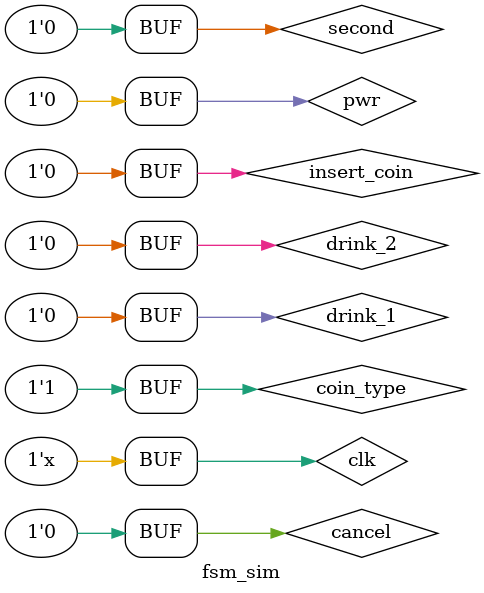
<source format=v>
`timescale 1ns / 1ps

module fsm_sim();
    reg pwr = 0;         // power btn
    reg clk = 0;         // system clk
    reg second = 0;      // second clk
    reg coin_type = 0;   // coin_type switch
    reg insert_coin = 0; // insert_coin btn
    reg drink_1 = 0;     // drink_1 btn
    reg drink_2 = 0;     // drink_2 btn
    reg cancel = 0;      // cancel btn
    wire enable;     // enable all other module: f_divider, display
    wire take_drink; // drink is ok to take
    wire take_money; // money is ok to take
    wire in_use;     // this machine is in use
    wire error;      // operation is ERROR
    wire drink_2_a;  // can buy drink 2
    wire drink_1_a;  // can buy drink 1
    wire hello;      // display in hello mode
    wire [3:0]money_ten;
    wire [3:0]money_one;
    wire money_float;
    wire show_left;
    wire [3:0]money_ten_back;
    wire [3:0]money_one_back;
    wire money_float_back;

    initial begin
        #100 pwr = 1;
        #10 pwr = 0;      // push power button.
        
        #200;
        
        #100 insert_coin = 1;
        #10 insert_coin = 0; // push insert_coin button, 1 yuan now
        #100 insert_coin = 1;
        #10 insert_coin = 0; // push insert_coin button, 2 yuan now
        #100 insert_coin = 1;
        #10 insert_coin = 0; // push insert_coin button, 3 yuan now
        
        #100 drink_1 = 1;
        #10 drink_1 = 0;     // buy drink_1, 0.5 yuan now
        
        coin_type = 1;        // change the coin_type to "10 yuan"

        #100 insert_coin = 1;
        #10 insert_coin = 0; // 10.5 yuan now

        #100 drink_2 = 1;
        #10 drink_2 = 0;     // by drink_2, 5.5 yuan now
        
        #300;
        
        #100 cancel = 1;
        #10 cancel = 0; // push cancel button
        
        #300;
        #100 insert_coin = 1;
        #10 insert_coin = 0; // 10 yuan now
        
        #100 pwr = 1;
        #10 pwr = 0;
    end
    always #1 clk = ~clk;

    fsm fsm(
        pwr,         // power btn
        clk,         // system clk
        second,      // second clk
        coin_type,   // coin_type switch
        insert_coin, // insert_coin btn
        drink_1,     // drink_1 btn
        drink_2,     // drink_2 btn
        cancel,      // cancel btn
        enable,      // enable all other module: f_divider, display
        take_drink,  // drink is ok to take
        take_money,  // money is ok to take
        in_use,      // this machine is in use
        error,       // operation is ERROR
        drink_2_a,   // can buy drink 2
        drink_1_a,   // can buy drink 1
        hello,       // display in hello mode
        money_ten,
        money_one,
        money_float,
        show_left,
        money_ten_back,
        money_one_back,
        money_float_back
    );
endmodule

</source>
